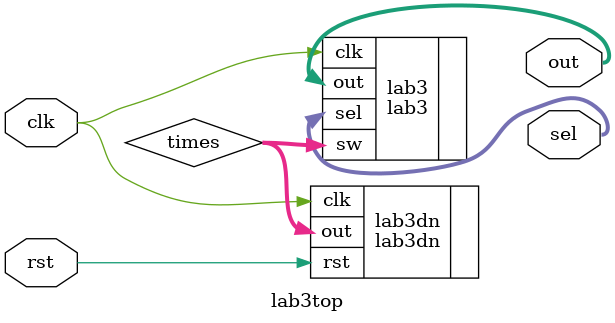
<source format=v>
`timescale 1ns / 1ps


module lab3top(
input clk,
input rst,
output [2:0] sel,
output [3:0] out
    );
wire [15:0] times;
lab3dn lab3dn(
.clk(clk),
.rst(rst),
.out(times));
lab3 lab3(
.clk(clk),
.sw(times),
.sel(sel),
.out(out));
endmodule

</source>
